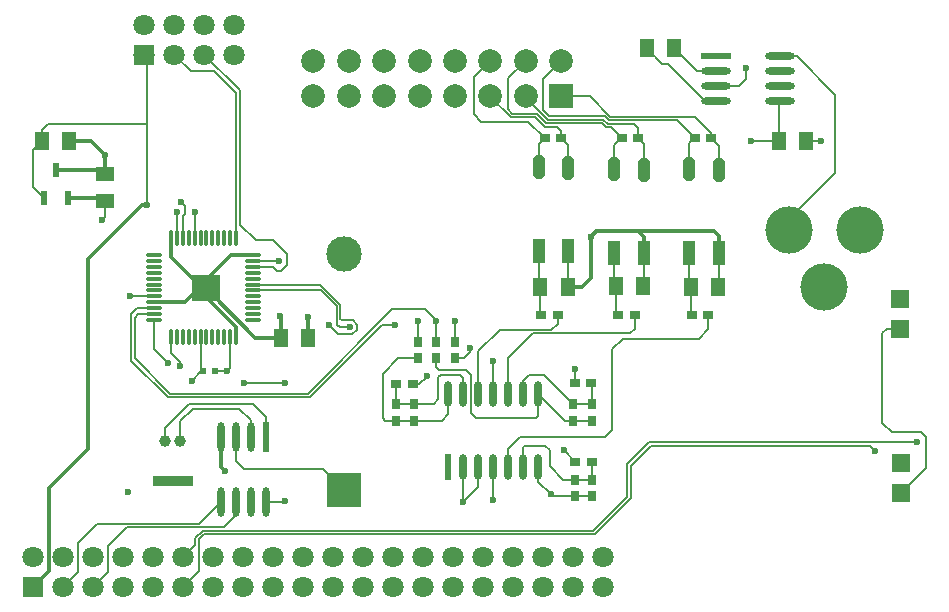
<source format=gtl>
G04 Layer_Physical_Order=1*
G04 Layer_Color=255*
%FSLAX44Y44*%
%MOMM*%
G71*
G01*
G75*
%ADD10R,1.2000X1.5000*%
%ADD11R,0.6000X0.6000*%
%ADD12C,1.8000*%
%ADD13R,1.8000X1.8000*%
%ADD14R,0.6000X2.5000*%
%ADD15O,0.6000X2.5000*%
%ADD16R,0.9000X0.8000*%
%ADD17R,1.5000X1.2000*%
G04:AMPARAMS|DCode=18|XSize=1mm|YSize=2mm|CornerRadius=0mm|HoleSize=0mm|Usage=FLASHONLY|Rotation=0.000|XOffset=0mm|YOffset=0mm|HoleType=Round|Shape=Octagon|*
%AMOCTAGOND18*
4,1,8,-0.2500,1.0000,0.2500,1.0000,0.5000,0.7500,0.5000,-0.7500,0.2500,-1.0000,-0.2500,-1.0000,-0.5000,-0.7500,-0.5000,0.7500,-0.2500,1.0000,0.0*
%
%ADD18OCTAGOND18*%

%ADD19R,1.0000X2.0000*%
%ADD20R,0.8000X0.9000*%
%ADD21O,0.6000X2.2000*%
%ADD22R,0.6000X2.2000*%
%ADD23R,2.5000X0.6000*%
%ADD24O,2.5000X0.6000*%
%ADD25R,0.5500X1.3000*%
%ADD26O,1.4000X0.3000*%
%ADD27O,0.3000X1.4000*%
%ADD28C,0.1500*%
%ADD29C,0.3000*%
%ADD30R,3.5000X0.9279*%
%ADD31R,2.4000X2.3000*%
%ADD32C,4.0000*%
%ADD33R,1.5000X1.5000*%
%ADD34R,3.0000X3.0000*%
%ADD35C,3.0000*%
%ADD36C,2.0000*%
%ADD37R,2.0000X2.0000*%
%ADD38C,1.0000*%
%ADD39C,0.6000*%
D10*
X-16584Y290000D02*
D03*
X-39536D02*
D03*
X495149Y368236D02*
D03*
X472197D02*
D03*
X162523Y123160D02*
D03*
X185476D02*
D03*
X583989Y289751D02*
D03*
X606941D02*
D03*
X382326Y166343D02*
D03*
X405278D02*
D03*
X446283Y166788D02*
D03*
X469235D02*
D03*
X510015Y166344D02*
D03*
X532967D02*
D03*
D11*
X106484Y95395D02*
D03*
X97008D02*
D03*
D12*
X123200Y388400D02*
D03*
X97800Y363000D02*
D03*
X72400D02*
D03*
Y388400D02*
D03*
X47000D02*
D03*
X29085Y-62155D02*
D03*
X54485D02*
D03*
X308485Y-87556D02*
D03*
Y-62155D02*
D03*
X384685Y-87556D02*
D03*
X359285Y-62155D02*
D03*
X384685D02*
D03*
X359285Y-87556D02*
D03*
X333885Y-62155D02*
D03*
Y-87556D02*
D03*
X410085Y-62155D02*
D03*
Y-87556D02*
D03*
X435485D02*
D03*
Y-62155D02*
D03*
X283085D02*
D03*
Y-87556D02*
D03*
X257685D02*
D03*
Y-62155D02*
D03*
X232285D02*
D03*
Y-87556D02*
D03*
X206885D02*
D03*
Y-62155D02*
D03*
X-47115D02*
D03*
X-21715Y-87556D02*
D03*
Y-62155D02*
D03*
X3685D02*
D03*
Y-87556D02*
D03*
X29085D02*
D03*
X181485Y-62155D02*
D03*
Y-87556D02*
D03*
X156085D02*
D03*
Y-62155D02*
D03*
X79885Y-87556D02*
D03*
Y-62155D02*
D03*
X105285Y-87556D02*
D03*
X130685Y-62155D02*
D03*
X105285D02*
D03*
X130685Y-87556D02*
D03*
X54485D02*
D03*
X97800Y388400D02*
D03*
X123200Y363000D02*
D03*
X72400Y388400D02*
D03*
Y363000D02*
D03*
X97800D02*
D03*
X47000D02*
D03*
X123200Y388400D02*
D03*
X47000D02*
D03*
D13*
Y363000D02*
D03*
X-47115Y-87556D02*
D03*
D14*
X149572Y39000D02*
D03*
D15*
X136872D02*
D03*
X124172D02*
D03*
X111472D02*
D03*
X149572Y-15500D02*
D03*
X136872D02*
D03*
X124172D02*
D03*
X111472D02*
D03*
D16*
X513000Y292499D02*
D03*
X527000D02*
D03*
X451001D02*
D03*
X465001D02*
D03*
X385920Y292495D02*
D03*
X399920D02*
D03*
X426000Y18307D02*
D03*
X412000D02*
D03*
X396802Y142297D02*
D03*
X382802D02*
D03*
X260000Y84000D02*
D03*
X274000D02*
D03*
X462169Y142299D02*
D03*
X448169D02*
D03*
X425485Y85000D02*
D03*
X411485D02*
D03*
X524491Y142299D02*
D03*
X510491D02*
D03*
D17*
X13786Y239289D02*
D03*
Y262241D02*
D03*
D18*
X380802Y267802D02*
D03*
X405802Y266802D02*
D03*
X445000Y266161D02*
D03*
X470000Y265161D02*
D03*
X508491Y266022D02*
D03*
X533491Y265022D02*
D03*
D19*
X405802Y196802D02*
D03*
X380802D02*
D03*
X470000Y195161D02*
D03*
X445000D02*
D03*
X533491Y195022D02*
D03*
X508491D02*
D03*
D20*
X279000Y120000D02*
D03*
Y106000D02*
D03*
X260000Y53000D02*
D03*
Y67000D02*
D03*
X275000Y53000D02*
D03*
Y67000D02*
D03*
X294000Y120000D02*
D03*
Y106000D02*
D03*
X410000Y53000D02*
D03*
Y67000D02*
D03*
X425803Y53000D02*
D03*
Y67000D02*
D03*
X411302Y-11000D02*
D03*
Y3000D02*
D03*
X310000Y119999D02*
D03*
Y105999D02*
D03*
X426000Y-10999D02*
D03*
Y3001D02*
D03*
D21*
X380550Y75395D02*
D03*
Y14195D02*
D03*
X367850Y75395D02*
D03*
X355150D02*
D03*
X367850Y14195D02*
D03*
X355150D02*
D03*
X317050D02*
D03*
X329750D02*
D03*
X342450D02*
D03*
X304350Y75395D02*
D03*
X317050D02*
D03*
X329750D02*
D03*
X342450D02*
D03*
D22*
X304350Y14195D02*
D03*
D23*
X530952Y361632D02*
D03*
D24*
Y348932D02*
D03*
Y336232D02*
D03*
Y323532D02*
D03*
X585452Y361632D02*
D03*
Y348932D02*
D03*
Y336232D02*
D03*
Y323532D02*
D03*
D25*
X-37763Y241556D02*
D03*
X-17747D02*
D03*
X-27755Y265056D02*
D03*
D26*
X55007Y193347D02*
D03*
Y188347D02*
D03*
Y183347D02*
D03*
Y178347D02*
D03*
Y173347D02*
D03*
Y168347D02*
D03*
Y163347D02*
D03*
Y158347D02*
D03*
Y153347D02*
D03*
Y148347D02*
D03*
Y143347D02*
D03*
Y138347D02*
D03*
X139007D02*
D03*
Y143347D02*
D03*
Y148347D02*
D03*
Y153347D02*
D03*
Y158347D02*
D03*
Y163347D02*
D03*
Y168347D02*
D03*
Y173347D02*
D03*
Y178347D02*
D03*
Y183347D02*
D03*
Y188347D02*
D03*
Y193347D02*
D03*
D27*
X69507Y123847D02*
D03*
X74507D02*
D03*
X79507D02*
D03*
X84507D02*
D03*
X89507D02*
D03*
X94507D02*
D03*
X99507D02*
D03*
X104507D02*
D03*
X109507D02*
D03*
X114507D02*
D03*
X119507D02*
D03*
X124507D02*
D03*
Y207847D02*
D03*
X119507D02*
D03*
X114507D02*
D03*
X109507D02*
D03*
X104507D02*
D03*
X99507D02*
D03*
X94507D02*
D03*
X89507D02*
D03*
X84507D02*
D03*
X79507D02*
D03*
X74507D02*
D03*
X69507D02*
D03*
D28*
X687324Y-8128D02*
X708389Y12937D01*
X675855Y131064D02*
X686562D01*
X671791Y127000D02*
X675855Y131064D01*
X49257Y304000D02*
Y360743D01*
Y236000D02*
Y304000D01*
X-34668D02*
X49257D01*
X-39536Y299132D02*
X-34668Y304000D01*
X-39536Y290000D02*
Y299132D01*
X-47115Y282421D02*
X-39536Y290000D01*
X-47115Y250909D02*
Y282421D01*
Y250909D02*
X-37763Y241556D01*
X583734Y289496D02*
X583989Y289751D01*
X561000Y289496D02*
X583734D01*
X165500Y-15500D02*
X166000Y-15000D01*
X149572Y-15500D02*
X165500D01*
X131319Y85000D02*
X166000D01*
X47000Y363000D02*
X49257Y360743D01*
X585452Y361632D02*
X599161D01*
X632000Y328793D01*
Y263000D02*
Y328793D01*
X592466Y223466D02*
X632000Y263000D01*
X592466Y214344D02*
Y223466D01*
X671791Y51209D02*
Y127000D01*
Y51209D02*
X679555Y43445D01*
X704555D01*
X708389Y39611D01*
Y12937D02*
Y39611D01*
X661348Y32000D02*
X666000Y27348D01*
X474365Y35000D02*
X700738D01*
X455608Y16243D02*
X474365Y35000D01*
X455608Y-11392D02*
Y16243D01*
X475608Y32000D02*
X661348D01*
X458608Y15000D02*
X475608Y32000D01*
X458608Y-12635D02*
Y15000D01*
X428243Y-43000D02*
X458608Y-12635D01*
X427000Y-40000D02*
X455608Y-11392D01*
X97505Y-43000D02*
X428243D01*
X96263Y-40000D02*
X427000D01*
X93000Y-47505D02*
X97505Y-43000D01*
X90000Y-46262D02*
X96263Y-40000D01*
X90000Y-52040D02*
Y-46262D01*
X93000Y-74440D02*
Y-47505D01*
X79885Y-87556D02*
X93000Y-74440D01*
X79885Y-62155D02*
X90000Y-52040D01*
X508491Y266022D02*
Y287990D01*
X513000Y292499D01*
X533491Y265022D02*
Y286007D01*
X527000Y292499D02*
X533491Y286007D01*
X470000Y265161D02*
Y287500D01*
X465001Y292499D02*
X470000Y287500D01*
X445000Y266161D02*
Y286498D01*
X451001Y292499D01*
X405802Y266802D02*
Y286614D01*
X399920Y292495D02*
X405802Y286614D01*
X380802Y267802D02*
Y287377D01*
X385920Y292495D01*
X527000Y292499D02*
Y297000D01*
X513592Y310408D02*
X527000Y297000D01*
X441592Y310408D02*
X513592D01*
X424109Y327891D02*
X441592Y310408D01*
X400000Y327891D02*
X424109D01*
X384685Y316115D02*
Y342575D01*
X400000Y357891D01*
X465001Y292499D02*
Y300999D01*
X370000Y326557D02*
Y327891D01*
X355000Y316602D02*
Y342891D01*
X370000Y357891D01*
X384685Y316115D02*
X389800Y311000D01*
X436757D01*
X440350Y307408D01*
X498091D01*
X513000Y292499D01*
X388557Y308000D02*
X435515D01*
X439107Y304408D01*
X461592D01*
X465001Y300999D01*
X370000Y326557D02*
X388557Y308000D01*
X387315Y305000D02*
X434272D01*
X437864Y301408D01*
X442092D01*
X451001Y292499D01*
X355000Y316602D02*
X358602Y313000D01*
X379315D01*
X387315Y305000D01*
X399920Y292495D02*
Y298080D01*
X396000Y302000D02*
X399920Y298080D01*
X386072Y302000D02*
X396000D01*
X378072Y310000D02*
X386072Y302000D01*
X357360Y310000D02*
X378072D01*
X340000Y327360D02*
X357360Y310000D01*
X340000Y327360D02*
Y327891D01*
X372115Y306301D02*
X385920Y292495D01*
X332282Y306301D02*
X372115D01*
X326000Y312582D02*
X332282Y306301D01*
X326000Y312582D02*
Y343891D01*
X340000Y357891D01*
X514453Y348932D02*
X530952D01*
X495149Y368236D02*
X514453Y348932D01*
X521617Y323532D02*
X530952D01*
X490149Y355000D02*
X521617Y323532D01*
X485433Y355000D02*
X490149D01*
X472197Y368236D02*
X485433Y355000D01*
X583989Y289751D02*
Y322070D01*
X585452Y323532D01*
X533491Y166868D02*
Y195022D01*
X532967Y166344D02*
X533491Y166868D01*
X508491Y167868D02*
Y195022D01*
Y167868D02*
X510015Y166344D01*
X470000Y167552D02*
Y195161D01*
X469235Y166788D02*
X470000Y167552D01*
X445000Y168071D02*
Y195161D01*
Y168071D02*
X446283Y166788D01*
X405802Y166867D02*
Y196802D01*
X405278Y166343D02*
X405802Y166867D01*
X380802Y167868D02*
Y196802D01*
Y167868D02*
X382326Y166343D01*
X446283Y144185D02*
Y166788D01*
Y144185D02*
X448169Y142299D01*
X382326Y142773D02*
Y166343D01*
Y142773D02*
X382802Y142297D01*
X510015Y142775D02*
Y166344D01*
Y142775D02*
X510491Y142299D01*
X410000Y53000D02*
X425803D01*
X410000Y67000D02*
X425803D01*
Y84681D01*
X425485Y85000D02*
X425803Y84681D01*
X402944Y53000D02*
X410000D01*
X380550Y75395D02*
X402944Y53000D01*
X385000Y92000D02*
X410000Y67000D01*
X372802Y92000D02*
X385000D01*
X367850Y87048D02*
X372802Y92000D01*
X367850Y75395D02*
Y87048D01*
X411303Y-10999D02*
X426000D01*
X411302Y-11000D02*
X411303Y-10999D01*
Y3001D02*
X426000D01*
X411302Y3000D02*
X411303Y3001D01*
X426000D02*
Y18307D01*
X392945Y-11000D02*
X411302D01*
X380550Y1395D02*
Y14195D01*
X401307Y3000D02*
X411302D01*
X390000Y14308D02*
X401307Y3000D01*
X390000Y14308D02*
Y28072D01*
X386072Y32000D02*
X390000Y28072D01*
X369302Y32000D02*
X386072D01*
X367850Y30548D02*
X369302Y32000D01*
X367850Y14195D02*
Y30548D01*
X260000Y53000D02*
X275000D01*
X260000Y67000D02*
X275000D01*
X260000D02*
Y84000D01*
X275000Y53000D02*
X299000D01*
X304350Y58350D01*
Y75395D01*
X275000Y67000D02*
X291900D01*
X296000Y71100D01*
Y90000D01*
X298000Y92000D01*
X314080D01*
X317050Y89030D01*
Y75395D02*
Y89030D01*
X251000Y53000D02*
X260000D01*
X249000Y55000D02*
X251000Y53000D01*
X249000Y55000D02*
Y92893D01*
X262107Y106000D01*
X279000D01*
X329750Y75395D02*
Y111750D01*
X348000Y130000D01*
X391583D01*
X396802Y135219D01*
Y142297D01*
X355150Y75395D02*
Y106150D01*
X376000Y127000D01*
X458334D01*
X462169Y130835D01*
Y142299D01*
X294000Y98285D02*
Y106000D01*
Y98285D02*
X296285Y96000D01*
X318893D01*
X323400Y91493D01*
Y59600D02*
Y91493D01*
Y59600D02*
X327999Y55001D01*
X378551D01*
X380550Y57000D01*
Y75395D01*
X355150Y14195D02*
Y29062D01*
X365088Y39000D01*
X437000D01*
X443000Y45000D01*
Y113372D01*
X452128Y122500D01*
X516500D01*
X524491Y130491D01*
Y142299D01*
X317050Y-15500D02*
Y14195D01*
Y-15500D02*
X329750Y-2800D01*
Y14195D01*
X274000Y84000D02*
X279920D01*
X286000Y90080D01*
Y91000D01*
X402143Y28165D02*
X412000Y18307D01*
X402000Y28165D02*
X402143D01*
X411485Y85000D02*
Y96818D01*
X411303Y97000D02*
X411485Y96818D01*
X342450Y-14160D02*
Y14195D01*
Y75395D02*
Y103750D01*
X530952Y336232D02*
X550132D01*
X556000Y342100D01*
Y352000D01*
X606941Y289751D02*
X619752D01*
X619876Y289876D01*
X620000Y290000D01*
X380550Y1395D02*
X390945Y-9000D01*
X392945Y-11000D01*
X310000Y105999D02*
X317999D01*
X323000Y111000D01*
Y115000D01*
Y116000D01*
X39000Y106000D02*
X69000Y76000D01*
X39000Y106000D02*
Y140347D01*
X42000Y143347D01*
X55007D01*
X41016Y148347D02*
X55007D01*
X36000Y143331D02*
X41016Y148347D01*
X36000Y103648D02*
Y143331D01*
Y103648D02*
X66648Y73000D01*
X279000Y120000D02*
Y137297D01*
X294000Y120000D02*
Y137297D01*
X310000Y119999D02*
Y137297D01*
X185543Y76000D02*
X256840Y147297D01*
X259000Y134000D02*
X260000D01*
X256840Y147297D02*
X284702D01*
X294000Y138000D01*
Y137297D02*
Y138000D01*
X77400Y36000D02*
Y52400D01*
X88000Y63000D01*
X127350D01*
X136872Y53477D01*
Y39000D02*
Y53477D01*
X64400Y36000D02*
Y47000D01*
X84400Y67000D01*
X139000D01*
X149572Y56428D01*
Y39000D02*
Y56428D01*
X-9272Y-75112D02*
Y-50272D01*
X-21715Y-87556D02*
X-9272Y-75112D01*
X124172Y-27122D02*
Y-15500D01*
X114294Y-37000D02*
X124172Y-27122D01*
X16000Y-75240D02*
Y-53000D01*
X3685Y-87556D02*
X16000Y-75240D01*
X32000Y-37000D02*
X114294D01*
X-9272Y-50272D02*
X7000Y-34000D01*
X92972D01*
X111472Y-15500D01*
X16000Y-53000D02*
X32000Y-37000D01*
X198250Y11750D02*
X216000Y-6000D01*
X131250Y11750D02*
X198250D01*
X124172Y18828D02*
X131250Y11750D01*
X124172Y18828D02*
Y39000D01*
X106484Y95395D02*
X117000D01*
X94507Y97896D02*
X97008Y95395D01*
X94507Y97896D02*
Y123847D01*
X69000Y76000D02*
X185543D01*
X66648Y73000D02*
X187000D01*
X248000Y134000D01*
X259000D01*
X139007Y188347D02*
X161000D01*
X34950Y158347D02*
X55007D01*
X56943D01*
X119507Y97902D02*
Y123847D01*
X117000Y95395D02*
X119507Y97902D01*
X74507Y207847D02*
Y229840D01*
X89507Y207847D02*
Y229840D01*
X79507Y207847D02*
Y226422D01*
X81085Y228000D01*
Y234915D01*
X78000Y238000D02*
X81085Y234915D01*
X139007Y183347D02*
X155955D01*
X159302Y180000D01*
X163000D01*
X168000Y185000D01*
Y194000D01*
X156000Y206000D02*
X168000Y194000D01*
X141168Y206000D02*
X156000D01*
X128007Y219161D02*
X141168Y206000D01*
X128007Y219161D02*
Y332793D01*
X97800Y363000D02*
X128007Y332793D01*
X124507Y207847D02*
Y330493D01*
X72400Y363000D02*
X86400Y349000D01*
X106000D01*
X124507Y330493D01*
X77400Y99999D02*
Y102600D01*
X69507Y110493D02*
Y123847D01*
Y110493D02*
X77400Y102600D01*
X55007Y113641D02*
X66648Y102000D01*
X55007Y113641D02*
Y138347D01*
X95347Y95395D02*
X97008D01*
X87000Y87048D02*
X95347Y95395D01*
X13786Y225198D02*
Y239289D01*
X11520Y222931D02*
X13786Y225198D01*
X139007Y168347D02*
X195896D01*
X213000Y139464D02*
Y151243D01*
X195896Y168347D02*
X213000Y151243D01*
X139007Y163347D02*
X196653D01*
X210000Y134500D02*
Y150000D01*
X196653Y163347D02*
X210000Y150000D01*
Y134500D02*
X212500Y132000D01*
X221000D01*
X213000Y139464D02*
X214464Y138000D01*
X223500D01*
X227000Y134500D01*
Y130160D02*
Y134500D01*
X223000Y126160D02*
X227000Y130160D01*
X210840Y126160D02*
X223000D01*
X203000Y134000D02*
X210840Y126160D01*
D29*
X1947Y290000D02*
X13786Y278161D01*
X-16584Y290000D02*
X1947D01*
X161665Y142000D02*
X162523Y141141D01*
Y123160D02*
Y141141D01*
X45153Y236000D02*
X47000D01*
X-1000Y189847D02*
X45153Y236000D01*
X-1000Y29342D02*
Y189847D01*
X-34000Y-3658D02*
X-1000Y29342D01*
X-34000Y-74440D02*
Y-3658D01*
X-47115Y-87556D02*
X-34000Y-74440D01*
X405278Y166343D02*
X417863D01*
X425000Y173481D01*
Y208813D01*
X429752Y213566D01*
X529097D02*
X533491Y209172D01*
Y195022D02*
Y209172D01*
X470000Y195161D02*
Y208566D01*
X465000Y213566D02*
X470000Y208566D01*
X429752Y213566D02*
X465000D01*
X529097D01*
X-27755Y265056D02*
X10972D01*
X13786Y262241D01*
Y278161D01*
X-17747Y241556D02*
X11520D01*
X13786Y239289D01*
X111472Y14037D02*
Y39000D01*
Y14037D02*
X115000Y10509D01*
X69507Y191333D02*
Y207847D01*
Y191333D02*
X92972Y167868D01*
X120045Y193347D02*
X139007D01*
X95000Y168302D02*
X120045Y193347D01*
X95000Y165000D02*
Y168302D01*
X55007Y153347D02*
X81085D01*
X91738Y164000D01*
X124507Y123847D02*
Y132493D01*
X96044Y160000D02*
X97000D01*
X124507Y132493D01*
X141040Y123160D02*
X162523D01*
X104200Y160000D02*
X141040Y123160D01*
X102249Y160000D02*
X104200D01*
X185476Y123160D02*
Y140933D01*
X185543Y141000D01*
D30*
X70900Y1640D02*
D03*
D31*
X99000Y165194D02*
D03*
D32*
X622466Y166344D02*
D03*
X652466Y214598D02*
D03*
X592466Y214344D02*
D03*
D33*
X686562Y156464D02*
D03*
Y131064D02*
D03*
X687324Y17272D02*
D03*
Y-8128D02*
D03*
D34*
X216000Y-6000D02*
D03*
D35*
Y194000D02*
D03*
D36*
X190000Y357891D02*
D03*
Y327891D02*
D03*
X220000Y357891D02*
D03*
Y327891D02*
D03*
X250000Y357891D02*
D03*
Y327891D02*
D03*
X280000Y357891D02*
D03*
Y327891D02*
D03*
X310000Y357891D02*
D03*
Y327891D02*
D03*
X340000Y357891D02*
D03*
Y327891D02*
D03*
X370000Y357891D02*
D03*
Y327891D02*
D03*
X400000Y357891D02*
D03*
D37*
Y327891D02*
D03*
D38*
X64400Y36000D02*
D03*
X77400D02*
D03*
D39*
X561000Y289496D02*
D03*
X166000Y-15000D02*
D03*
X131319Y85000D02*
D03*
X166000D02*
D03*
X161665Y142000D02*
D03*
X49257Y236000D02*
D03*
X666000Y27348D02*
D03*
X700738Y35000D02*
D03*
X317050Y-15500D02*
D03*
X286000Y91000D02*
D03*
X402000Y28165D02*
D03*
X411303Y97000D02*
D03*
X342450Y-14160D02*
D03*
Y103750D02*
D03*
X556000Y352000D02*
D03*
X619876Y289876D02*
D03*
X425000Y208813D02*
D03*
X390945Y-9000D02*
D03*
X323000Y115000D02*
D03*
X279000Y137297D02*
D03*
X294000D02*
D03*
X310000Y137297D02*
D03*
X259000Y134000D02*
D03*
X13786Y278161D02*
D03*
X115000Y10509D02*
D03*
X117000Y95395D02*
D03*
X161000Y188347D02*
D03*
X34950Y158347D02*
D03*
X185543Y141000D02*
D03*
X74507Y229840D02*
D03*
X89507D02*
D03*
X78000Y238000D02*
D03*
X66648Y102000D02*
D03*
X77000Y99000D02*
D03*
X87000Y87048D02*
D03*
X11520Y222931D02*
D03*
X203000Y134000D02*
D03*
X221000Y132000D02*
D03*
X33000Y-7000D02*
D03*
M02*

</source>
